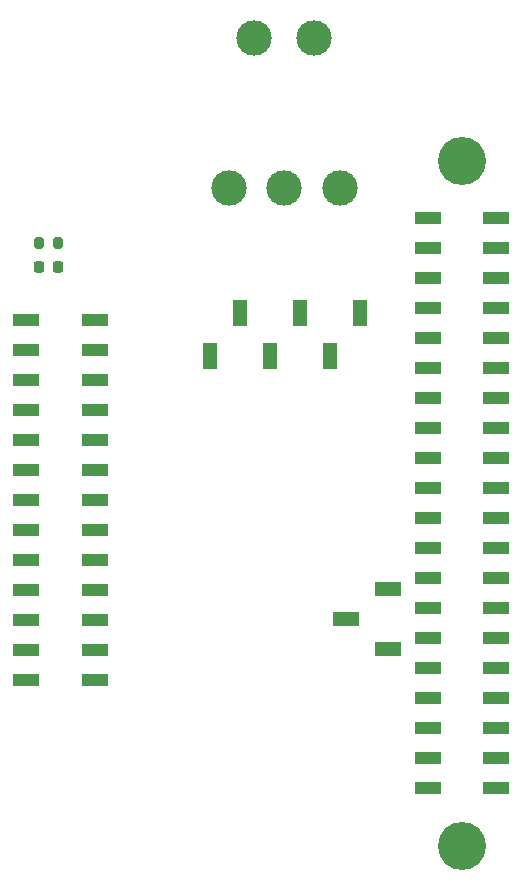
<source format=gts>
G04 #@! TF.GenerationSoftware,KiCad,Pcbnew,(7.0.0-0)*
G04 #@! TF.CreationDate,2023-03-19T22:54:23+01:00*
G04 #@! TF.ProjectId,TinyLlama-Wavetable,54696e79-4c6c-4616-9d61-2d5761766574,rev?*
G04 #@! TF.SameCoordinates,Original*
G04 #@! TF.FileFunction,Soldermask,Top*
G04 #@! TF.FilePolarity,Negative*
%FSLAX46Y46*%
G04 Gerber Fmt 4.6, Leading zero omitted, Abs format (unit mm)*
G04 Created by KiCad (PCBNEW (7.0.0-0)) date 2023-03-19 22:54:23*
%MOMM*%
%LPD*%
G01*
G04 APERTURE LIST*
G04 Aperture macros list*
%AMRoundRect*
0 Rectangle with rounded corners*
0 $1 Rounding radius*
0 $2 $3 $4 $5 $6 $7 $8 $9 X,Y pos of 4 corners*
0 Add a 4 corners polygon primitive as box body*
4,1,4,$2,$3,$4,$5,$6,$7,$8,$9,$2,$3,0*
0 Add four circle primitives for the rounded corners*
1,1,$1+$1,$2,$3*
1,1,$1+$1,$4,$5*
1,1,$1+$1,$6,$7*
1,1,$1+$1,$8,$9*
0 Add four rect primitives between the rounded corners*
20,1,$1+$1,$2,$3,$4,$5,0*
20,1,$1+$1,$4,$5,$6,$7,0*
20,1,$1+$1,$6,$7,$8,$9,0*
20,1,$1+$1,$8,$9,$2,$3,0*%
G04 Aperture macros list end*
%ADD10C,4.064000*%
%ADD11R,2.300000X1.020000*%
%ADD12R,1.270000X2.200000*%
%ADD13RoundRect,0.225000X-0.225000X-0.250000X0.225000X-0.250000X0.225000X0.250000X-0.225000X0.250000X0*%
%ADD14RoundRect,0.200000X0.200000X0.275000X-0.200000X0.275000X-0.200000X-0.275000X0.200000X-0.275000X0*%
%ADD15R,2.200000X1.270000*%
%ADD16C,3.000000*%
G04 APERTURE END LIST*
D10*
X0Y-29000000D03*
D11*
X-31099999Y-14969999D03*
X-36899999Y-14969999D03*
X-31099999Y-12429999D03*
X-36899999Y-12429999D03*
X-31099999Y-9889999D03*
X-36899999Y-9889999D03*
X-31099999Y-7349999D03*
X-36899999Y-7349999D03*
X-31099999Y-4809999D03*
X-36899999Y-4809999D03*
X-31099999Y-2269999D03*
X-36899999Y-2269999D03*
X-31099999Y269999D03*
X-36899999Y269999D03*
X-31099999Y2809999D03*
X-36899999Y2809999D03*
X-31099999Y5349999D03*
X-36899999Y5349999D03*
X-31099999Y7889999D03*
X-36899999Y7889999D03*
X-31099999Y10429999D03*
X-36899999Y10429999D03*
X-31099999Y12969999D03*
X-36899999Y12969999D03*
X-31099999Y15509999D03*
X-36899999Y15509999D03*
D12*
X-8649999Y16104999D03*
X-11189999Y12504999D03*
X-13729999Y16104999D03*
X-16269999Y12504999D03*
X-18809999Y16104999D03*
X-21349999Y12504999D03*
D13*
X-35775000Y20000000D03*
X-34225000Y20000000D03*
D14*
X-34175000Y22000000D03*
X-35825000Y22000000D03*
D15*
X-6214999Y-12364999D03*
X-9814999Y-9824999D03*
X-6214999Y-7284999D03*
D11*
X-2899999Y24129999D03*
X2899999Y24129999D03*
X-2899999Y21589999D03*
X2899999Y21589999D03*
X-2899999Y19049999D03*
X2899999Y19049999D03*
X-2899999Y16509999D03*
X2899999Y16509999D03*
X-2899999Y13969999D03*
X2899999Y13969999D03*
X-2899999Y11429999D03*
X2899999Y11429999D03*
X-2899999Y8889999D03*
X2899999Y8889999D03*
X-2899999Y6349999D03*
X2899999Y6349999D03*
X-2899999Y3809999D03*
X2899999Y3809999D03*
X-2899999Y1269999D03*
X2899999Y1269999D03*
X-2899999Y-1269999D03*
X2899999Y-1269999D03*
X-2899999Y-3809999D03*
X2899999Y-3809999D03*
X-2899999Y-6349999D03*
X2899999Y-6349999D03*
X-2899999Y-8889999D03*
X2899999Y-8889999D03*
X-2899999Y-11429999D03*
X2899999Y-11429999D03*
X-2899999Y-13969999D03*
X2899999Y-13969999D03*
X-2899999Y-16509999D03*
X2899999Y-16509999D03*
X-2899999Y-19049999D03*
X2899999Y-19049999D03*
X-2899999Y-21589999D03*
X2899999Y-21589999D03*
X-2899999Y-24129999D03*
X2899999Y-24129999D03*
D10*
X0Y29000000D03*
D16*
X-17590000Y39350000D03*
X-12510000Y39350000D03*
X-19750000Y26650000D03*
X-15050000Y26650000D03*
X-10350000Y26650000D03*
M02*

</source>
